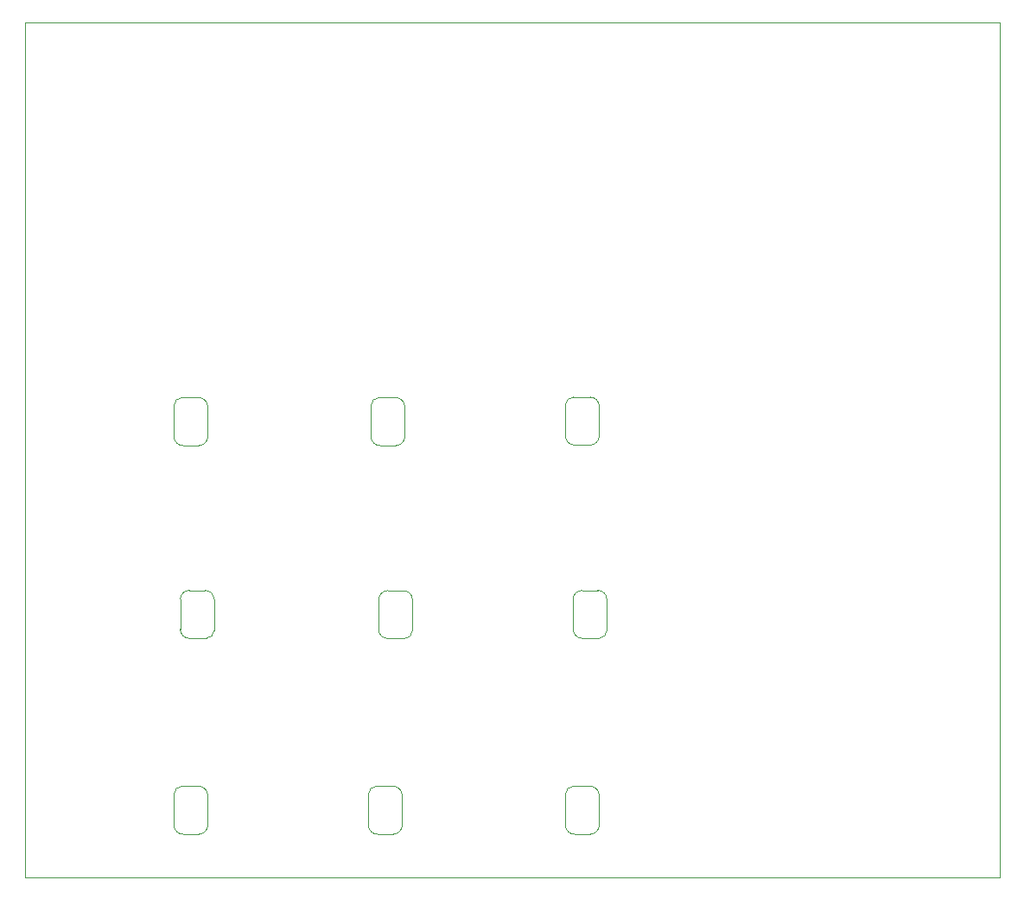
<source format=gbr>
%TF.GenerationSoftware,KiCad,Pcbnew,(7.0.0)*%
%TF.CreationDate,2023-05-17T12:54:35+02:00*%
%TF.ProjectId,Macro_Keyboard,4d616372-6f5f-44b6-9579-626f6172642e,rev?*%
%TF.SameCoordinates,Original*%
%TF.FileFunction,Profile,NP*%
%FSLAX46Y46*%
G04 Gerber Fmt 4.6, Leading zero omitted, Abs format (unit mm)*
G04 Created by KiCad (PCBNEW (7.0.0)) date 2023-05-17 12:54:35*
%MOMM*%
%LPD*%
G01*
G04 APERTURE LIST*
%TA.AperFunction,Profile*%
%ADD10C,0.100000*%
%TD*%
%TA.AperFunction,Profile*%
%ADD11C,0.050000*%
%TD*%
G04 APERTURE END LIST*
D10*
X61468000Y-123952000D02*
X61468000Y-40132000D01*
X61468000Y-40132000D02*
X156972000Y-40132000D01*
X156972000Y-40132000D02*
X156972000Y-123952000D01*
X156972000Y-123952000D02*
X61468000Y-123952000D01*
D11*
%TO.C,SK6812MINI_E5*%
X96131000Y-96752943D02*
X96130809Y-99679134D01*
X97019809Y-100568134D02*
X98671000Y-100568134D01*
X98549152Y-95863943D02*
X97020000Y-95863943D01*
X99438152Y-96752943D02*
X99438191Y-99800943D01*
X97020000Y-95863943D02*
G75*
G03*
X96131000Y-96752943I3J-889003D01*
G01*
X96130809Y-99679134D02*
G75*
G03*
X97019809Y-100568132I888996J-2D01*
G01*
X99438152Y-96752943D02*
G75*
G03*
X98549152Y-95863943I-889002J-2D01*
G01*
X98671000Y-100568136D02*
G75*
G03*
X99438191Y-99800943I0J767191D01*
G01*
%TO.C,SK6812MINI_E9*%
X79383000Y-118860130D02*
X79383191Y-115933939D01*
X78494191Y-115044939D02*
X76843000Y-115044939D01*
X76964848Y-119749130D02*
X78494000Y-119749130D01*
X76075848Y-118860130D02*
X76075809Y-115812130D01*
X78494000Y-119749130D02*
G75*
G03*
X79383000Y-118860130I-3J889003D01*
G01*
X79383191Y-115933939D02*
G75*
G03*
X78494191Y-115044941I-888996J2D01*
G01*
X76075848Y-118860130D02*
G75*
G03*
X76964848Y-119749130I889002J2D01*
G01*
X76843000Y-115044937D02*
G75*
G03*
X76075809Y-115812130I0J-767191D01*
G01*
%TO.C,SK6812MINI_E3*%
X79383000Y-80760130D02*
X79383191Y-77833939D01*
X78494191Y-76944939D02*
X76843000Y-76944939D01*
X76964848Y-81649130D02*
X78494000Y-81649130D01*
X76075848Y-80760130D02*
X76075809Y-77712130D01*
X78494000Y-81649130D02*
G75*
G03*
X79383000Y-80760130I-3J889003D01*
G01*
X79383191Y-77833939D02*
G75*
G03*
X78494191Y-76944941I-888996J2D01*
G01*
X76075848Y-80760130D02*
G75*
G03*
X76964848Y-81649130I889002J2D01*
G01*
X76843000Y-76944937D02*
G75*
G03*
X76075809Y-77712130I0J-767191D01*
G01*
%TO.C,SK6812MINI_E6*%
X115181000Y-96728081D02*
X115180809Y-99654272D01*
X116069809Y-100543272D02*
X117721000Y-100543272D01*
X117599152Y-95839081D02*
X116070000Y-95839081D01*
X118488152Y-96728081D02*
X118488191Y-99776081D01*
X116070000Y-95839081D02*
G75*
G03*
X115181000Y-96728081I3J-889003D01*
G01*
X115180809Y-99654272D02*
G75*
G03*
X116069809Y-100543270I888996J-2D01*
G01*
X118488152Y-96728081D02*
G75*
G03*
X117599152Y-95839081I-889002J-2D01*
G01*
X117721000Y-100543274D02*
G75*
G03*
X118488191Y-99776081I0J767191D01*
G01*
%TO.C,SK6812MINI_E7*%
X117737000Y-118860130D02*
X117737191Y-115933939D01*
X116848191Y-115044939D02*
X115197000Y-115044939D01*
X115318848Y-119749130D02*
X116848000Y-119749130D01*
X114429848Y-118860130D02*
X114429809Y-115812130D01*
X116848000Y-119749130D02*
G75*
G03*
X117737000Y-118860130I-3J889003D01*
G01*
X117737191Y-115933939D02*
G75*
G03*
X116848191Y-115044941I-888996J2D01*
G01*
X114429848Y-118860130D02*
G75*
G03*
X115318848Y-119749130I889002J2D01*
G01*
X115197000Y-115044937D02*
G75*
G03*
X114429809Y-115812130I0J-767191D01*
G01*
%TO.C,SK6812MINI_E1*%
X117737000Y-80711096D02*
X117737191Y-77784905D01*
X116848191Y-76895905D02*
X115197000Y-76895905D01*
X115318848Y-81600096D02*
X116848000Y-81600096D01*
X114429848Y-80711096D02*
X114429809Y-77663096D01*
X116848000Y-81600096D02*
G75*
G03*
X117737000Y-80711096I-3J889003D01*
G01*
X117737191Y-77784905D02*
G75*
G03*
X116848191Y-76895907I-888996J2D01*
G01*
X114429848Y-80711096D02*
G75*
G03*
X115318848Y-81600096I889002J2D01*
G01*
X115197000Y-76895903D02*
G75*
G03*
X114429809Y-77663096I0J-767191D01*
G01*
%TO.C,SK6812MINI_E4*%
X76690087Y-96726888D02*
X76689896Y-99653079D01*
X77578896Y-100542079D02*
X79230087Y-100542079D01*
X79108239Y-95837888D02*
X77579087Y-95837888D01*
X79997239Y-96726888D02*
X79997278Y-99774888D01*
X77579087Y-95837888D02*
G75*
G03*
X76690087Y-96726888I3J-889003D01*
G01*
X76689896Y-99653079D02*
G75*
G03*
X77578896Y-100542077I888996J-2D01*
G01*
X79997239Y-96726888D02*
G75*
G03*
X79108239Y-95837888I-889002J-2D01*
G01*
X79230087Y-100542081D02*
G75*
G03*
X79997278Y-99774888I0J767191D01*
G01*
%TO.C,SK6812MINI_E8*%
X98433000Y-118860130D02*
X98433191Y-115933939D01*
X97544191Y-115044939D02*
X95893000Y-115044939D01*
X96014848Y-119749130D02*
X97544000Y-119749130D01*
X95125848Y-118860130D02*
X95125809Y-115812130D01*
X97544000Y-119749130D02*
G75*
G03*
X98433000Y-118860130I-3J889003D01*
G01*
X98433191Y-115933939D02*
G75*
G03*
X97544191Y-115044941I-888996J2D01*
G01*
X95125848Y-118860130D02*
G75*
G03*
X96014848Y-119749130I889002J2D01*
G01*
X95893000Y-115044937D02*
G75*
G03*
X95125809Y-115812130I0J-767191D01*
G01*
%TO.C,SK6812MINI_E2*%
X98687000Y-80760130D02*
X98687191Y-77833939D01*
X97798191Y-76944939D02*
X96147000Y-76944939D01*
X96268848Y-81649130D02*
X97798000Y-81649130D01*
X95379848Y-80760130D02*
X95379809Y-77712130D01*
X97798000Y-81649130D02*
G75*
G03*
X98687000Y-80760130I-3J889003D01*
G01*
X98687191Y-77833939D02*
G75*
G03*
X97798191Y-76944941I-888996J2D01*
G01*
X95379848Y-80760130D02*
G75*
G03*
X96268848Y-81649130I889002J2D01*
G01*
X96147000Y-76944937D02*
G75*
G03*
X95379809Y-77712130I0J-767191D01*
G01*
%TD*%
M02*

</source>
